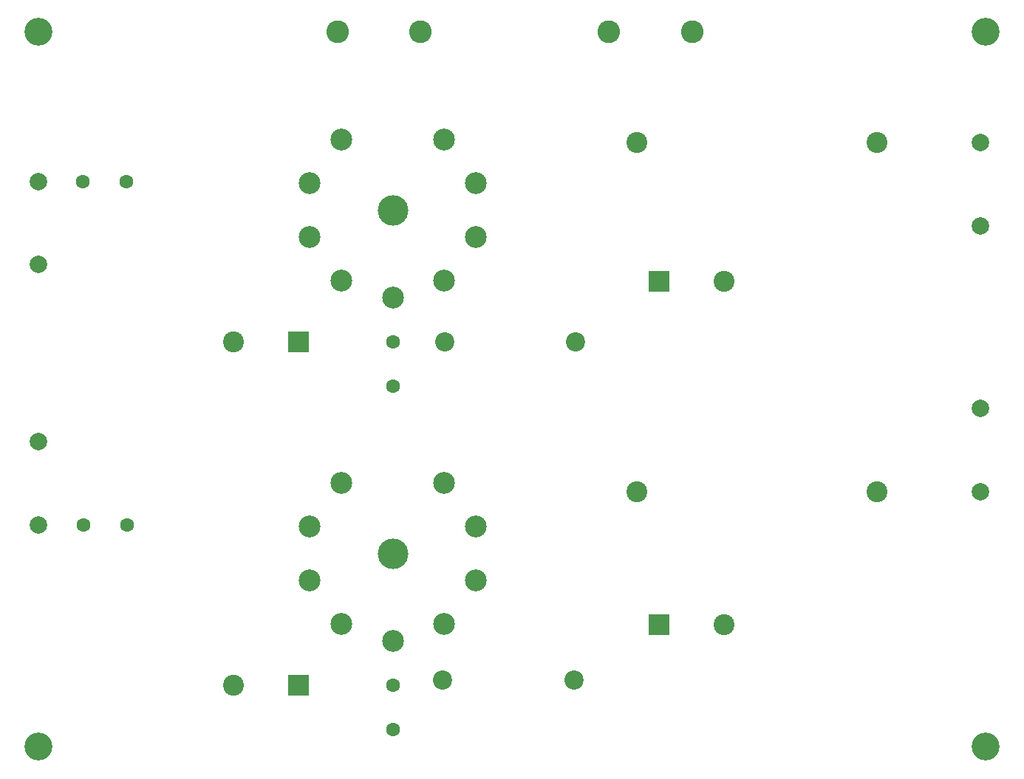
<source format=gbr>
G04 #@! TF.GenerationSoftware,KiCad,Pcbnew,(5.1.9-0-10_14)*
G04 #@! TF.CreationDate,2021-01-19T13:48:43+01:00*
G04 #@! TF.ProjectId,pre-amp-ecc88,7072652d-616d-4702-9d65-636338382e6b,rev?*
G04 #@! TF.SameCoordinates,Original*
G04 #@! TF.FileFunction,Soldermask,Bot*
G04 #@! TF.FilePolarity,Negative*
%FSLAX46Y46*%
G04 Gerber Fmt 4.6, Leading zero omitted, Abs format (unit mm)*
G04 Created by KiCad (PCBNEW (5.1.9-0-10_14)) date 2021-01-19 13:48:43*
%MOMM*%
%LPD*%
G01*
G04 APERTURE LIST*
%ADD10C,2.400000*%
%ADD11R,2.400000X2.400000*%
%ADD12C,1.600000*%
%ADD13C,3.497580*%
%ADD14C,2.499360*%
%ADD15C,2.000000*%
%ADD16C,2.600000*%
%ADD17C,2.200000*%
%ADD18C,3.200000*%
G04 APERTURE END LIST*
D10*
X66160000Y-111760000D03*
D11*
X73660000Y-111760000D03*
D12*
X84455000Y-116760000D03*
X84455000Y-111760000D03*
D10*
X66160000Y-151130000D03*
D11*
X73660000Y-151130000D03*
D12*
X84455000Y-156130000D03*
X84455000Y-151130000D03*
D13*
X84439760Y-96608900D03*
D14*
X78562200Y-88519000D03*
X74930000Y-93522800D03*
X74930000Y-99695000D03*
X78562200Y-104698800D03*
X84439760Y-106608880D03*
X90317320Y-104698800D03*
X93949520Y-99695000D03*
X93949520Y-93522800D03*
X90317320Y-88519000D03*
D15*
X151765000Y-98425000D03*
X151765000Y-88900000D03*
D16*
X78105000Y-76200000D03*
X87630000Y-76200000D03*
D15*
X43815000Y-102870000D03*
X43815000Y-93345000D03*
D10*
X112395000Y-88900000D03*
X139895000Y-88900000D03*
X122435000Y-104775000D03*
D11*
X114935000Y-104775000D03*
D17*
X105410000Y-111760000D03*
X90410000Y-111760000D03*
D12*
X48895000Y-93345000D03*
X53895000Y-93345000D03*
D15*
X151765000Y-119380000D03*
X151765000Y-128905000D03*
D16*
X109220000Y-76200000D03*
X118745000Y-76200000D03*
D15*
X43815000Y-123190000D03*
X43815000Y-132715000D03*
D18*
X152400000Y-76200000D03*
X152400000Y-158115000D03*
X43815000Y-158115000D03*
X43815000Y-76200000D03*
D10*
X112395000Y-128905000D03*
X139895000Y-128905000D03*
X122435000Y-144145000D03*
D11*
X114935000Y-144145000D03*
D17*
X105170000Y-150495000D03*
X90170000Y-150495000D03*
D12*
X48975000Y-132715000D03*
X53975000Y-132715000D03*
D13*
X84439760Y-135978900D03*
D14*
X78562200Y-127889000D03*
X74930000Y-132892800D03*
X74930000Y-139065000D03*
X78562200Y-144068800D03*
X84439760Y-145978880D03*
X90317320Y-144068800D03*
X93949520Y-139065000D03*
X93949520Y-132892800D03*
X90317320Y-127889000D03*
M02*

</source>
